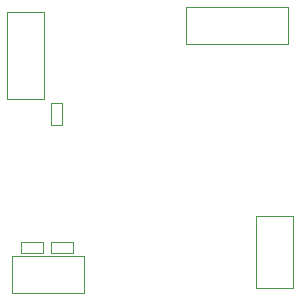
<source format=gbr>
%TF.GenerationSoftware,KiCad,Pcbnew,9.0.5-1.fc42*%
%TF.CreationDate,2025-12-03T05:54:05+01:00*%
%TF.ProjectId,Block-PotentiometerLinear,426c6f63-6b2d-4506-9f74-656e74696f6d,1*%
%TF.SameCoordinates,Original*%
%TF.FileFunction,Other,User*%
%FSLAX46Y46*%
G04 Gerber Fmt 4.6, Leading zero omitted, Abs format (unit mm)*
G04 Created by KiCad (PCBNEW 9.0.5-1.fc42) date 2025-12-03 05:54:05*
%MOMM*%
%LPD*%
G01*
G04 APERTURE LIST*
%ADD10C,0.050000*%
G04 APERTURE END LIST*
D10*
%TO.C,J4*%
X127385000Y-122655000D02*
X133475000Y-122655000D01*
X127385000Y-125755000D02*
X127385000Y-122655000D01*
X133475000Y-122655000D02*
X133475000Y-125755000D01*
X133475000Y-125755000D02*
X127385000Y-125755000D01*
%TO.C,R3*%
X130640000Y-121450000D02*
X130640000Y-122390000D01*
X130640000Y-122390000D02*
X132500000Y-122390000D01*
X132500000Y-121450000D02*
X130640000Y-121450000D01*
X132500000Y-122390000D02*
X132500000Y-121450000D01*
%TO.C,R1*%
X130670200Y-109725000D02*
X130670200Y-111585000D01*
X130670200Y-111585000D02*
X131610200Y-111585000D01*
X131610200Y-109725000D02*
X130670200Y-109725000D01*
X131610200Y-111585000D02*
X131610200Y-109725000D01*
%TO.C,R4*%
X128125400Y-121450000D02*
X128125400Y-122390000D01*
X128125400Y-122390000D02*
X129985400Y-122390000D01*
X129985400Y-121450000D02*
X128125400Y-121450000D01*
X129985400Y-122390000D02*
X129985400Y-121450000D01*
%TO.C,J2*%
X148055000Y-119255000D02*
X151155000Y-119255000D01*
X148055000Y-125345000D02*
X148055000Y-119255000D01*
X151155000Y-119255000D02*
X151155000Y-125345000D01*
X151155000Y-125345000D02*
X148055000Y-125345000D01*
%TO.C,J1*%
X126975000Y-101985000D02*
X130075000Y-101985000D01*
X126975000Y-109345000D02*
X126975000Y-101985000D01*
X130075000Y-101985000D02*
X130075000Y-109345000D01*
X130075000Y-109345000D02*
X126975000Y-109345000D01*
%TO.C,J3*%
X142115000Y-101575000D02*
X150745000Y-101575000D01*
X142115000Y-104675000D02*
X142115000Y-101575000D01*
X150745000Y-101575000D02*
X150745000Y-104675000D01*
X150745000Y-104675000D02*
X142115000Y-104675000D01*
%TD*%
M02*

</source>
